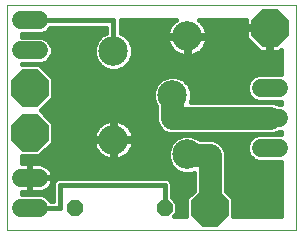
<source format=gtl>
G75*
%MOIN*%
%OFA0B0*%
%FSLAX25Y25*%
%IPPOS*%
%LPD*%
%AMOC8*
5,1,8,0,0,1.08239X$1,22.5*
%
%ADD10C,0.00000*%
%ADD11OC8,0.12500*%
%ADD12C,0.09843*%
%ADD13C,0.06000*%
%ADD14OC8,0.05200*%
%ADD15C,0.01600*%
%ADD16C,0.07600*%
D10*
X0003000Y0003125D02*
X0003000Y0078086D01*
X0099201Y0078086D01*
X0099201Y0003125D01*
X0003000Y0003125D01*
D11*
X0010500Y0035625D03*
X0010500Y0050625D03*
X0070500Y0010625D03*
X0090500Y0070625D03*
D12*
X0063000Y0067810D03*
X0058079Y0048125D03*
X0038394Y0033361D03*
X0063000Y0028440D03*
X0038394Y0062889D03*
D13*
X0013500Y0063125D02*
X0007500Y0063125D01*
X0007500Y0073125D02*
X0013500Y0073125D01*
X0013500Y0020625D02*
X0007500Y0020625D01*
X0007500Y0010625D02*
X0013500Y0010625D01*
X0087500Y0030625D02*
X0093500Y0030625D01*
X0093500Y0040625D02*
X0087500Y0040625D01*
X0087500Y0050625D02*
X0093500Y0050625D01*
D14*
X0055500Y0010625D03*
X0025500Y0010625D03*
D15*
X0020500Y0010625D02*
X0020500Y0018125D01*
X0055500Y0018125D01*
X0055500Y0010625D01*
X0058740Y0007925D02*
X0059700Y0008885D01*
X0059700Y0012365D01*
X0057900Y0014165D01*
X0057900Y0018602D01*
X0057535Y0019484D01*
X0056859Y0020160D01*
X0055977Y0020525D01*
X0020023Y0020525D01*
X0019141Y0020160D01*
X0018465Y0019484D01*
X0018100Y0018602D01*
X0018100Y0013025D01*
X0017485Y0013025D01*
X0017400Y0013231D01*
X0016106Y0014525D01*
X0014415Y0015225D01*
X0007800Y0015225D01*
X0007800Y0015825D01*
X0010300Y0015825D01*
X0010300Y0020425D01*
X0010700Y0020425D01*
X0010700Y0020825D01*
X0010300Y0020825D01*
X0010300Y0025425D01*
X0007800Y0025425D01*
X0007800Y0027775D01*
X0013752Y0027775D01*
X0018350Y0032373D01*
X0018350Y0038877D01*
X0014102Y0043125D01*
X0018350Y0047373D01*
X0018350Y0053877D01*
X0013752Y0058475D01*
X0007800Y0058475D01*
X0007800Y0058525D01*
X0014415Y0058525D01*
X0016106Y0059225D01*
X0017400Y0060519D01*
X0018100Y0062210D01*
X0018100Y0064040D01*
X0017400Y0065731D01*
X0016106Y0067025D01*
X0014415Y0067725D01*
X0007800Y0067725D01*
X0007800Y0068525D01*
X0014415Y0068525D01*
X0016106Y0069225D01*
X0017400Y0070519D01*
X0017485Y0070725D01*
X0035994Y0070725D01*
X0035994Y0068953D01*
X0034700Y0068417D01*
X0032865Y0066583D01*
X0031872Y0064186D01*
X0031872Y0061592D01*
X0032865Y0059195D01*
X0034700Y0057360D01*
X0037097Y0056368D01*
X0039691Y0056368D01*
X0042088Y0057360D01*
X0043922Y0059195D01*
X0044915Y0061592D01*
X0044915Y0064186D01*
X0043922Y0066583D01*
X0042088Y0068417D01*
X0040794Y0068953D01*
X0040794Y0073286D01*
X0059095Y0073286D01*
X0058559Y0072874D01*
X0057936Y0072251D01*
X0057399Y0071552D01*
X0056959Y0070789D01*
X0056622Y0069975D01*
X0056394Y0069124D01*
X0056284Y0068290D01*
X0062520Y0068290D01*
X0062520Y0067330D01*
X0063480Y0067330D01*
X0063480Y0068290D01*
X0069716Y0068290D01*
X0069606Y0069124D01*
X0069378Y0069975D01*
X0069041Y0070789D01*
X0068601Y0071552D01*
X0068064Y0072251D01*
X0067441Y0072874D01*
X0066905Y0073286D01*
X0082450Y0073286D01*
X0082450Y0071125D01*
X0090000Y0071125D01*
X0090000Y0070125D01*
X0091000Y0070125D01*
X0091000Y0062575D01*
X0093834Y0062575D01*
X0094401Y0063141D01*
X0094401Y0055225D01*
X0086585Y0055225D01*
X0084894Y0054525D01*
X0083600Y0053231D01*
X0082900Y0051540D01*
X0082900Y0049710D01*
X0083600Y0048019D01*
X0084894Y0046725D01*
X0086585Y0046025D01*
X0094401Y0046025D01*
X0094401Y0045225D01*
X0093505Y0045225D01*
X0091574Y0046025D01*
X0064267Y0046025D01*
X0064600Y0046828D01*
X0064600Y0049422D01*
X0063607Y0051819D01*
X0061773Y0053653D01*
X0059376Y0054646D01*
X0056782Y0054646D01*
X0054385Y0053653D01*
X0052550Y0051819D01*
X0051557Y0049422D01*
X0051557Y0046828D01*
X0052550Y0044431D01*
X0052679Y0044303D01*
X0052679Y0039551D01*
X0053501Y0037566D01*
X0055020Y0036047D01*
X0057005Y0035225D01*
X0091574Y0035225D01*
X0093505Y0036025D01*
X0094401Y0036025D01*
X0094401Y0035225D01*
X0086585Y0035225D01*
X0084894Y0034525D01*
X0083600Y0033231D01*
X0082900Y0031540D01*
X0082900Y0029710D01*
X0083600Y0028019D01*
X0084894Y0026725D01*
X0086585Y0026025D01*
X0094401Y0026025D01*
X0094401Y0007925D01*
X0078350Y0007925D01*
X0078350Y0013877D01*
X0075900Y0016327D01*
X0075900Y0029199D01*
X0075078Y0031184D01*
X0073559Y0032703D01*
X0071574Y0033525D01*
X0067137Y0033525D01*
X0066694Y0033968D01*
X0064297Y0034961D01*
X0061703Y0034961D01*
X0059306Y0033968D01*
X0057472Y0032134D01*
X0056479Y0029737D01*
X0056479Y0027143D01*
X0057472Y0024746D01*
X0059306Y0022912D01*
X0061703Y0021919D01*
X0064297Y0021919D01*
X0065100Y0022251D01*
X0065100Y0016327D01*
X0062650Y0013877D01*
X0062650Y0007925D01*
X0058740Y0007925D01*
X0059700Y0009519D02*
X0062650Y0009519D01*
X0062650Y0011118D02*
X0059700Y0011118D01*
X0059349Y0012716D02*
X0062650Y0012716D01*
X0063088Y0014315D02*
X0057900Y0014315D01*
X0057900Y0015913D02*
X0064687Y0015913D01*
X0065100Y0017512D02*
X0057900Y0017512D01*
X0057690Y0019110D02*
X0065100Y0019110D01*
X0065100Y0020709D02*
X0010700Y0020709D01*
X0010700Y0020825D02*
X0018300Y0020825D01*
X0018300Y0021003D01*
X0018182Y0021749D01*
X0017948Y0022468D01*
X0017605Y0023141D01*
X0017161Y0023752D01*
X0016627Y0024286D01*
X0016016Y0024730D01*
X0015343Y0025073D01*
X0014624Y0025307D01*
X0013878Y0025425D01*
X0010700Y0025425D01*
X0010700Y0020825D01*
X0010700Y0020425D02*
X0018300Y0020425D01*
X0018300Y0020247D01*
X0018182Y0019501D01*
X0017948Y0018782D01*
X0017605Y0018109D01*
X0017161Y0017498D01*
X0016627Y0016964D01*
X0016016Y0016520D01*
X0015343Y0016177D01*
X0014624Y0015943D01*
X0013878Y0015825D01*
X0010700Y0015825D01*
X0010700Y0020425D01*
X0010700Y0019110D02*
X0010300Y0019110D01*
X0010300Y0017512D02*
X0010700Y0017512D01*
X0010700Y0015913D02*
X0010300Y0015913D01*
X0014434Y0015913D02*
X0018100Y0015913D01*
X0018100Y0014315D02*
X0016316Y0014315D01*
X0017171Y0017512D02*
X0018100Y0017512D01*
X0018055Y0019110D02*
X0018310Y0019110D01*
X0018000Y0022307D02*
X0060765Y0022307D01*
X0058312Y0023906D02*
X0017008Y0023906D01*
X0014678Y0028701D02*
X0033548Y0028701D01*
X0033330Y0028920D02*
X0033953Y0028297D01*
X0034652Y0027761D01*
X0035415Y0027320D01*
X0036229Y0026983D01*
X0037080Y0026755D01*
X0037914Y0026645D01*
X0037914Y0032882D01*
X0031678Y0032882D01*
X0031787Y0032047D01*
X0032015Y0031196D01*
X0032353Y0030382D01*
X0032793Y0029619D01*
X0033330Y0028920D01*
X0032400Y0030300D02*
X0016276Y0030300D01*
X0017875Y0031898D02*
X0031827Y0031898D01*
X0031678Y0033841D02*
X0037914Y0033841D01*
X0037914Y0040077D01*
X0037080Y0039967D01*
X0036229Y0039739D01*
X0035415Y0039402D01*
X0034652Y0038962D01*
X0033953Y0038425D01*
X0033330Y0037802D01*
X0032793Y0037103D01*
X0032353Y0036340D01*
X0032015Y0035526D01*
X0031787Y0034675D01*
X0031678Y0033841D01*
X0031900Y0035095D02*
X0018350Y0035095D01*
X0018350Y0033497D02*
X0037914Y0033497D01*
X0037914Y0033841D02*
X0037914Y0032882D01*
X0038873Y0032882D01*
X0038873Y0033841D01*
X0037914Y0033841D01*
X0038873Y0033841D02*
X0038873Y0040077D01*
X0039708Y0039967D01*
X0040559Y0039739D01*
X0041373Y0039402D01*
X0042136Y0038962D01*
X0042835Y0038425D01*
X0043458Y0037802D01*
X0043994Y0037103D01*
X0044435Y0036340D01*
X0044772Y0035526D01*
X0045000Y0034675D01*
X0045110Y0033841D01*
X0038873Y0033841D01*
X0038873Y0033497D02*
X0058834Y0033497D01*
X0057374Y0031898D02*
X0044960Y0031898D01*
X0045000Y0032047D02*
X0044772Y0031196D01*
X0044435Y0030382D01*
X0043994Y0029619D01*
X0043458Y0028920D01*
X0042835Y0028297D01*
X0042136Y0027761D01*
X0041373Y0027320D01*
X0040559Y0026983D01*
X0039708Y0026755D01*
X0038873Y0026645D01*
X0038873Y0032882D01*
X0045110Y0032882D01*
X0045000Y0032047D01*
X0044387Y0030300D02*
X0056712Y0030300D01*
X0056479Y0028701D02*
X0043239Y0028701D01*
X0040848Y0027103D02*
X0056495Y0027103D01*
X0057157Y0025504D02*
X0007800Y0025504D01*
X0007800Y0027103D02*
X0035940Y0027103D01*
X0037914Y0027103D02*
X0038873Y0027103D01*
X0038873Y0028701D02*
X0037914Y0028701D01*
X0037914Y0030300D02*
X0038873Y0030300D01*
X0038873Y0031898D02*
X0037914Y0031898D01*
X0037914Y0035095D02*
X0038873Y0035095D01*
X0038873Y0036694D02*
X0037914Y0036694D01*
X0037914Y0038292D02*
X0038873Y0038292D01*
X0038873Y0039891D02*
X0037914Y0039891D01*
X0036793Y0039891D02*
X0017336Y0039891D01*
X0018350Y0038292D02*
X0033819Y0038292D01*
X0032557Y0036694D02*
X0018350Y0036694D01*
X0015737Y0041489D02*
X0052679Y0041489D01*
X0052679Y0039891D02*
X0039994Y0039891D01*
X0042968Y0038292D02*
X0053200Y0038292D01*
X0054373Y0036694D02*
X0044231Y0036694D01*
X0044887Y0035095D02*
X0086272Y0035095D01*
X0083866Y0033497D02*
X0071642Y0033497D01*
X0074364Y0031898D02*
X0083048Y0031898D01*
X0082900Y0030300D02*
X0075444Y0030300D01*
X0075900Y0028701D02*
X0083318Y0028701D01*
X0084517Y0027103D02*
X0075900Y0027103D01*
X0075900Y0025504D02*
X0094401Y0025504D01*
X0094401Y0023906D02*
X0075900Y0023906D01*
X0075900Y0022307D02*
X0094401Y0022307D01*
X0094401Y0020709D02*
X0075900Y0020709D01*
X0075900Y0019110D02*
X0094401Y0019110D01*
X0094401Y0017512D02*
X0075900Y0017512D01*
X0076313Y0015913D02*
X0094401Y0015913D01*
X0094401Y0014315D02*
X0077912Y0014315D01*
X0078350Y0012716D02*
X0094401Y0012716D01*
X0094401Y0011118D02*
X0078350Y0011118D01*
X0078350Y0009519D02*
X0094401Y0009519D01*
X0052679Y0043088D02*
X0014139Y0043088D01*
X0015663Y0044686D02*
X0052445Y0044686D01*
X0051782Y0046285D02*
X0017261Y0046285D01*
X0018350Y0047883D02*
X0051557Y0047883D01*
X0051582Y0049482D02*
X0018350Y0049482D01*
X0018350Y0051080D02*
X0052244Y0051080D01*
X0053410Y0052679D02*
X0018350Y0052679D01*
X0017949Y0054277D02*
X0055891Y0054277D01*
X0060266Y0054277D02*
X0084647Y0054277D01*
X0083372Y0052679D02*
X0062747Y0052679D01*
X0063913Y0051080D02*
X0082900Y0051080D01*
X0082995Y0049482D02*
X0064575Y0049482D01*
X0064600Y0047883D02*
X0083736Y0047883D01*
X0085958Y0046285D02*
X0064375Y0046285D01*
X0063480Y0061094D02*
X0064314Y0061204D01*
X0065165Y0061432D01*
X0065979Y0061769D01*
X0066742Y0062210D01*
X0067441Y0062746D01*
X0068064Y0063369D01*
X0068601Y0064068D01*
X0069041Y0064831D01*
X0069378Y0065645D01*
X0069606Y0066496D01*
X0069716Y0067330D01*
X0063480Y0067330D01*
X0063480Y0061094D01*
X0062520Y0061094D02*
X0062520Y0067330D01*
X0056284Y0067330D01*
X0056394Y0066496D01*
X0056622Y0065645D01*
X0056959Y0064831D01*
X0057399Y0064068D01*
X0057936Y0063369D01*
X0058559Y0062746D01*
X0059258Y0062210D01*
X0060021Y0061769D01*
X0060835Y0061432D01*
X0061686Y0061204D01*
X0062520Y0061094D01*
X0062520Y0062270D02*
X0063480Y0062270D01*
X0063480Y0063868D02*
X0062520Y0063868D01*
X0062520Y0065467D02*
X0063480Y0065467D01*
X0063480Y0067065D02*
X0062520Y0067065D01*
X0057553Y0063868D02*
X0044915Y0063868D01*
X0044915Y0062270D02*
X0059179Y0062270D01*
X0056695Y0065467D02*
X0044384Y0065467D01*
X0043439Y0067065D02*
X0056319Y0067065D01*
X0056333Y0068664D02*
X0041492Y0068664D01*
X0040794Y0070262D02*
X0056741Y0070262D01*
X0057636Y0071861D02*
X0040794Y0071861D01*
X0038394Y0073125D02*
X0038394Y0062889D01*
X0033348Y0067065D02*
X0016007Y0067065D01*
X0014750Y0068664D02*
X0035295Y0068664D01*
X0035994Y0070262D02*
X0017143Y0070262D01*
X0017509Y0065467D02*
X0032403Y0065467D01*
X0031872Y0063868D02*
X0018100Y0063868D01*
X0018100Y0062270D02*
X0031872Y0062270D01*
X0032254Y0060671D02*
X0017463Y0060671D01*
X0015738Y0059073D02*
X0032987Y0059073D01*
X0034586Y0057474D02*
X0014752Y0057474D01*
X0016351Y0055876D02*
X0094401Y0055876D01*
X0094401Y0057474D02*
X0042202Y0057474D01*
X0043800Y0059073D02*
X0094401Y0059073D01*
X0094401Y0060671D02*
X0044534Y0060671D01*
X0038394Y0073125D02*
X0010500Y0073125D01*
X0066821Y0062270D02*
X0094401Y0062270D01*
X0091000Y0063868D02*
X0090000Y0063868D01*
X0090000Y0062575D02*
X0090000Y0070125D01*
X0082450Y0070125D01*
X0082450Y0067291D01*
X0087166Y0062575D01*
X0090000Y0062575D01*
X0090000Y0065467D02*
X0091000Y0065467D01*
X0091000Y0067065D02*
X0090000Y0067065D01*
X0090000Y0068664D02*
X0091000Y0068664D01*
X0090000Y0070262D02*
X0069259Y0070262D01*
X0069667Y0068664D02*
X0082450Y0068664D01*
X0082675Y0067065D02*
X0069681Y0067065D01*
X0069304Y0065467D02*
X0084274Y0065467D01*
X0085872Y0063868D02*
X0068447Y0063868D01*
X0068364Y0071861D02*
X0082450Y0071861D01*
X0010700Y0023906D02*
X0010300Y0023906D01*
X0010300Y0022307D02*
X0010700Y0022307D01*
X0010500Y0010625D02*
X0020500Y0010625D01*
D16*
X0058079Y0040625D02*
X0058079Y0048125D01*
X0058079Y0040625D02*
X0090500Y0040625D01*
X0070500Y0028125D02*
X0063000Y0028125D01*
X0063000Y0028440D01*
X0070500Y0028125D02*
X0070500Y0010625D01*
M02*

</source>
